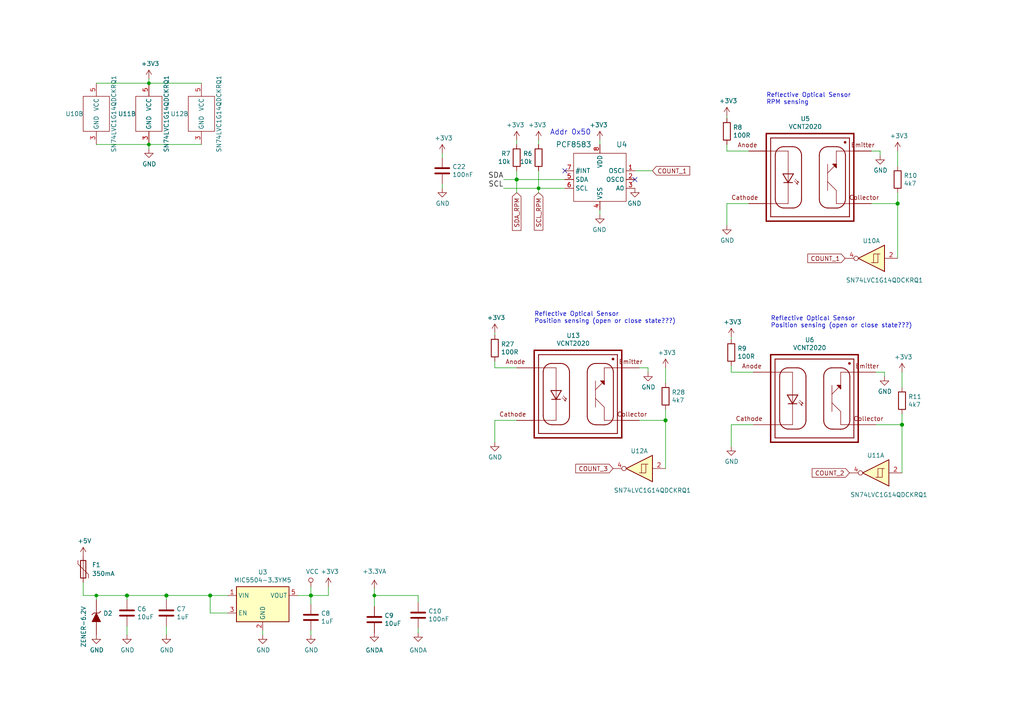
<source format=kicad_sch>
(kicad_sch (version 20230121) (generator eeschema)
  (paper "A4")
  (lib_symbols
    (symbol "Device:C" (pin_numbers hide) (pin_names (offset 0.254))
      (property "Reference" "C" (at 0.635 2.54 0))
      (property "Value" "C" (at 0.635 -2.54 0))
      (symbol "C_0_1"
        (polyline (pts (xy -2.032 -0.762) (xy 2.032 -0.762)) (stroke (width 0.508)))
        (polyline (pts (xy -2.032 0.762) (xy 2.032 0.762)) (stroke (width 0.508)))
      )
      (symbol "C_1_1"
        (pin passive line (at 0 3.81 270) (length 2.794) (name "~") (number "1"))
        (pin passive line (at 0 -3.81 90) (length 2.794) (name "~") (number "2"))
      )
    )
    (symbol "Device:Polyfuse" (pin_numbers hide) (pin_names (offset 0))
      (property "Reference" "F" (at -2.54 0 90))
      (property "Value" "Polyfuse" (at 2.54 0 90))
      (symbol "Polyfuse_0_1"
        (rectangle (start -0.762 2.54) (end 0.762 -2.54) (stroke (width 0.254)))
        (polyline (pts (xy 0 2.54) (xy 0 -2.54)))
        (polyline (pts (xy -1.524 2.54) (xy -1.524 1.524) (xy 1.524 -1.524) (xy 1.524 -2.54)))
      )
      (symbol "Polyfuse_1_1"
        (pin passive line (at 0 3.81 270) (length 1.27) (name "~") (number "1"))
        (pin passive line (at 0 -3.81 90) (length 1.27) (name "~") (number "2"))
      )
    )
    (symbol "Device:R" (pin_numbers hide) (pin_names (offset 0))
      (property "Reference" "R" (at 2.032 0 90))
      (property "Value" "R" (at 0 0 90))
      (symbol "R_0_1"
        (rectangle (start -1.016 -2.54) (end 1.016 2.54) (stroke (width 0.254)))
      )
      (symbol "R_1_1"
        (pin passive line (at 0 3.81 270) (length 1.27) (name "~") (number "1"))
        (pin passive line (at 0 -3.81 90) (length 1.27) (name "~") (number "2"))
      )
    )
    (symbol "MLAB_D:D_ZENER" (pin_numbers hide) (pin_names (offset 1.016) hide)
      (property "Reference" "D" (at 0 2.54 0))
      (property "Value" "D_ZENER" (at 0 -2.54 0))
      (symbol "D_ZENER_0_1"
        (polyline (pts (xy -1.778 1.27) (xy -1.27 0.762) (xy -1.27 -0.762) (xy -0.762 -1.27) (xy -0.762 -1.27)) (stroke (width 0.2032)))
        (polyline (pts (xy -1.27 0) (xy 1.27 1.27) (xy 1.27 -1.27) (xy -1.27 0) (xy -1.27 0)) (fill (type outline)))
      )
      (symbol "D_ZENER_1_1"
        (pin passive line (at -5.08 0 0) (length 3.81) (name "K") (number "1"))
        (pin passive line (at 5.08 0 180) (length 3.81) (name "A") (number "2"))
      )
    )
    (symbol "MLAB_IO:74AHC1G14GV"
      (property "Reference" "U" (at -2.54 1.27 0))
      (property "Value" "74AHC1G14GV" (at 1.27 -6.35 0))
      (symbol "74AHC1G14GV_1_0"
        (polyline (pts (xy -3.81 3.81) (xy -3.81 -3.81) (xy 3.81 0) (xy -3.81 3.81)) (stroke (width 0.254)) (fill (type background)))
        (pin input line (at -7.62 0 0) (length 3.81) (name "~") (number "2"))
        (pin output inverted (at 7.62 0 180) (length 3.81) (name "~") (number "4"))
      )
      (symbol "74AHC1G14GV_1_1"
        (polyline (pts (xy -1.905 -1.27) (xy -1.905 1.27) (xy -0.635 1.27)))
        (polyline (pts (xy -2.54 -1.27) (xy -0.635 -1.27) (xy -0.635 1.27) (xy 0 1.27)))
      )
      (symbol "74AHC1G14GV_2_0"
        (pin input line (at 0 -8.89 90) (length 3.81) (name "GND") (number "3"))
        (pin input line (at 0 8.89 270) (length 3.81) (name "VCC") (number "5"))
      )
      (symbol "74AHC1G14GV_2_1"
        (rectangle (start -3.81 5.08) (end 3.81 -5.08))
      )
    )
    (symbol "MLAB_IO:PCF8583"
      (property "Reference" "U" (at -5.08 10.16 0))
      (property "Value" "PCF8583" (at 7.62 10.16 0))
      (symbol "PCF8583_0_1"
        (rectangle (start -7.62 8.89) (end 7.62 -5.08))
      )
      (symbol "PCF8583_1_1"
        (pin input line (at -10.16 3.81 0) (length 2.54) (name "OSCI") (number "1"))
        (pin output line (at -10.16 1.27 0) (length 2.54) (name "OSCO") (number "2"))
        (pin input line (at -10.16 -1.27 0) (length 2.54) (name "A0") (number "3"))
        (pin power_in line (at 0 -7.62 90) (length 2.54) (name "VSS") (number "4"))
        (pin bidirectional line (at 10.16 1.27 180) (length 2.54) (name "SDA") (number "5"))
        (pin input line (at 10.16 -1.27 180) (length 2.54) (name "SCL") (number "6"))
        (pin output line (at 10.16 3.81 180) (length 2.54) (name "#INT") (number "7"))
        (pin power_in line (at 0 11.43 270) (length 2.54) (name "VDD") (number "8"))
      )
    )
    (symbol "MLAB_IO:VCNT2020" (pin_numbers hide) (pin_names (offset 1.016) hide)
      (property "Reference" "U" (at -12.7 13.462 0))
      (property "Value" "VCNT2020" (at -12.7 -15.24 0))
      (symbol "VCNT2020_0_0"
        (arc (start -10.2616 -6.35) (mid -9.4848 -8.1745) (end -7.6454 -8.9154) (stroke (width 0.254)))
        (circle (center -10.16 10.16) (radius 0.127) (stroke (width 0.254)))
        (circle (center -10.16 10.16) (radius 0.254) (stroke (width 0.254)))
        (arc (start -7.6454 8.89) (mid -9.4834 8.1657) (end -10.2616 6.35) (stroke (width 0.254)))
        (arc (start -5.2324 -8.89) (mid -3.4378 -8.1625) (end -2.6924 -6.3754) (stroke (width 0.254)))
        (arc (start -2.6924 6.3246) (mid -3.3336 8.0872) (end -5.0292 8.89) (stroke (width 0.254)))
        (polyline (pts (xy -12.7 -12.7) (xy -12.7 -7.62)) (stroke (width 0.4064)))
        (polyline (pts (xy -12.7 -7.62) (xy -12.7 7.62)) (stroke (width 0.4064)))
        (polyline (pts (xy -12.7 -7.62) (xy -11.43 -7.62)) (stroke (width 0.1524)))
        (polyline (pts (xy -12.7 7.62) (xy -12.7 12.7)) (stroke (width 0.4064)))
        (polyline (pts (xy -12.7 7.62) (xy -11.43 7.62)) (stroke (width 0.1524)))
        (polyline (pts (xy -12.7 12.7) (xy 12.7 12.7)) (stroke (width 0.4064)))
        (polyline (pts (xy -11.43 -11.43) (xy 11.43 -11.43)) (stroke (width 0.254)))
        (polyline (pts (xy -11.43 -7.62) (xy -11.43 -11.43)) (stroke (width 0.254)))
        (polyline (pts (xy -11.43 -7.62) (xy -7.62 -7.62)) (stroke (width 0.1524)))
        (polyline (pts (xy -11.43 7.62) (xy -11.43 -7.62)) (stroke (width 0.254)))
        (polyline (pts (xy -11.43 7.62) (xy -7.62 7.62)) (stroke (width 0.1524)))
        (polyline (pts (xy -11.43 11.43) (xy -11.43 7.62)) (stroke (width 0.254)))
        (polyline (pts (xy -10.2616 -6.35) (xy -10.2616 6.35)) (stroke (width 0.254)))
        (polyline (pts (xy -7.6454 8.89) (xy -5.0292 8.89)) (stroke (width 0.254)))
        (polyline (pts (xy -7.62 -7.62) (xy -7.62 -3.81)) (stroke (width 0.1524)))
        (polyline (pts (xy -7.62 2.794) (xy -7.62 3.048)) (stroke (width 0.254)))
        (polyline (pts (xy -7.62 3.048) (xy -7.366 3.302)) (stroke (width 0.254)))
        (polyline (pts (xy -7.62 3.81) (xy -7.62 3.048)) (stroke (width 0.254)))
        (polyline (pts (xy -7.62 3.81) (xy -5.08 1.27)) (stroke (width 0.1524)))
        (polyline (pts (xy -7.62 7.62) (xy -7.62 3.81)) (stroke (width 0.1524)))
        (polyline (pts (xy -7.366 3.302) (xy -7.366 3.556)) (stroke (width 0.254)))
        (polyline (pts (xy -7.366 3.302) (xy -7.112 3.556)) (stroke (width 0.254)))
        (polyline (pts (xy -7.366 3.556) (xy -7.112 3.556)) (stroke (width 0.254)))
        (polyline (pts (xy -7.366 3.81) (xy -7.366 3.556)) (stroke (width 0.1524)))
        (polyline (pts (xy -7.112 3.556) (xy -6.858 3.81)) (stroke (width 0.254)))
        (polyline (pts (xy -7.112 3.81) (xy -7.62 3.81)) (stroke (width 0.254)))
        (polyline (pts (xy -7.112 3.81) (xy -7.366 3.81)) (stroke (width 0.1524)))
        (polyline (pts (xy -6.858 3.81) (xy -7.112 3.81)) (stroke (width 0.254)))
        (polyline (pts (xy -6.858 3.81) (xy -6.604 3.81)) (stroke (width 0.254)))
        (polyline (pts (xy -6.604 3.81) (xy -7.62 2.794)) (stroke (width 0.254)))
        (polyline (pts (xy -5.2324 -8.89) (xy -7.6454 -8.9154)) (stroke (width 0.254)))
        (polyline (pts (xy -5.08 -3.81) (xy -5.08 -1.27)) (stroke (width 0.1524)))
        (polyline (pts (xy -5.08 -1.27) (xy -7.62 -3.81)) (stroke (width 0.1524)))
        (polyline (pts (xy -5.08 1.27) (xy -5.08 -1.27)) (stroke (width 0.1524)))
        (polyline (pts (xy -5.08 1.27) (xy -5.08 3.81)) (stroke (width 0.1524)))
        (polyline (pts (xy -2.6924 6.3246) (xy -2.6924 -6.3754)) (stroke (width 0.254)))
        (polyline (pts (xy 2.4638 -6.3246) (xy 2.4638 6.3754)) (stroke (width 0.254)))
        (polyline (pts (xy 3.302 -1.524) (xy 3.4544 -1.1684)) (stroke (width 0.127)))
        (polyline (pts (xy 3.4544 -1.1684) (xy 3.683 -1.3716)) (stroke (width 0.127)))
        (polyline (pts (xy 3.556 -2.032) (xy 3.7084 -1.6764)) (stroke (width 0.127)))
        (polyline (pts (xy 3.683 -1.3716) (xy 3.302 -1.524)) (stroke (width 0.127)))
        (polyline (pts (xy 3.7084 -1.6764) (xy 3.937 -1.8796)) (stroke (width 0.127)))
        (polyline (pts (xy 3.937 -1.8796) (xy 3.556 -2.032)) (stroke (width 0.127)))
        (polyline (pts (xy 4.318 -0.508) (xy 3.302 -1.524)) (stroke (width 0.127)))
        (polyline (pts (xy 4.572 -1.016) (xy 3.556 -2.032)) (stroke (width 0.127)))
        (polyline (pts (xy 4.826 1.016) (xy 6.35 -1.524)) (stroke (width 0.254)))
        (polyline (pts (xy 5.08 8.89) (xy 7.62 8.89)) (stroke (width 0.254)))
        (polyline (pts (xy 6.35 -7.62) (xy 11.43 -7.62)) (stroke (width 0.1524)))
        (polyline (pts (xy 6.35 -1.524) (xy 5.08 -1.524)) (stroke (width 0.254)))
        (polyline (pts (xy 6.35 -1.524) (xy 7.62 -1.524)) (stroke (width 0.254)))
        (polyline (pts (xy 6.35 -1.524) (xy 7.874 1.016)) (stroke (width 0.254)))
        (polyline (pts (xy 6.35 7.62) (xy 6.35 -7.62)) (stroke (width 0.1524)))
        (polyline (pts (xy 7.5438 -8.89) (xy 4.9022 -8.89)) (stroke (width 0.254)))
        (polyline (pts (xy 7.874 1.016) (xy 4.826 1.016)) (stroke (width 0.254)))
        (polyline (pts (xy 10.0838 6.4262) (xy 10.0838 -6.2738)) (stroke (width 0.254)))
        (polyline (pts (xy 11.43 -11.43) (xy 11.43 -7.62)) (stroke (width 0.254)))
        (polyline (pts (xy 11.43 -7.62) (xy 11.43 7.62)) (stroke (width 0.254)))
        (polyline (pts (xy 11.43 -7.62) (xy 12.7 -7.62)) (stroke (width 0.1524)))
        (polyline (pts (xy 11.43 7.62) (xy 6.35 7.62)) (stroke (width 0.1524)))
        (polyline (pts (xy 11.43 7.62) (xy 11.43 11.43)) (stroke (width 0.254)))
        (polyline (pts (xy 11.43 7.62) (xy 12.7 7.62)) (stroke (width 0.1524)))
        (polyline (pts (xy 11.43 11.43) (xy -11.43 11.43)) (stroke (width 0.254)))
        (polyline (pts (xy 12.7 -12.7) (xy -12.7 -12.7)) (stroke (width 0.4064)))
        (polyline (pts (xy 12.7 -7.62) (xy 12.7 -12.7)) (stroke (width 0.4064)))
        (polyline (pts (xy 12.7 7.62) (xy 12.7 -7.62)) (stroke (width 0.4064)))
        (polyline (pts (xy 12.7 12.7) (xy 12.7 7.62)) (stroke (width 0.4064)))
        (arc (start 2.4638 -6.3246) (mid 3.1556 -8.1084) (end 4.9022 -8.89) (stroke (width 0.254)))
        (arc (start 5.08 8.89) (mid 3.2511 8.1745) (end 2.4638 6.3754) (stroke (width 0.254)))
        (arc (start 7.5438 -8.89) (mid 9.3592 -8.1116) (end 10.0838 -6.2738) (stroke (width 0.254)))
        (arc (start 10.0838 6.4262) (mid 9.3622 8.1684) (end 7.62 8.89) (stroke (width 0.254)))
        (text "Anode" (at 15.24 8.636 0) (effects (font (size 1.27 1.27)) (justify left bottom)))
        (text "Cathode" (at 14.986 -6.604 0) (effects (font (size 1.27 1.27)) (justify left bottom)))
        (text "Collector" (at -20.066 -6.604 0) (effects (font (size 1.27 1.27)) (justify left bottom)))
        (text "Emitter" (at -18.796 8.636 0) (effects (font (size 1.27 1.27)) (justify left bottom)))
        (pin passive line (at -17.78 7.62 0) (length 5.08) (name "~") (number "1"))
        (pin passive line (at -17.78 -7.62 0) (length 5.08) (name "~") (number "2"))
        (pin passive line (at 17.78 7.62 180) (length 5.08) (name "~") (number "3"))
        (pin passive line (at 17.78 -7.62 180) (length 5.08) (name "~") (number "4"))
      )
    )
    (symbol "Regulator_Linear:MIC5504-3.3YM5"
      (property "Reference" "U" (at -7.62 8.89 0))
      (property "Value" "MIC5504-3.3YM5" (at -7.62 6.35 0))
      (symbol "MIC5504-3.3YM5_0_1"
        (rectangle (start -7.62 -5.08) (end 7.62 5.08) (stroke (width 0.254)) (fill (type background)))
      )
      (symbol "MIC5504-3.3YM5_1_1"
        (pin power_in line (at -10.16 2.54 0) (length 2.54) (name "VIN") (number "1"))
        (pin power_in line (at 0 -7.62 90) (length 2.54) (name "GND") (number "2"))
        (pin input line (at -10.16 -2.54 0) (length 2.54) (name "EN") (number "3"))
        (pin no_connect line (at 7.62 -2.54 180) (length 2.54) hide (name "NC") (number "4"))
        (pin power_out line (at 10.16 2.54 180) (length 2.54) (name "VOUT") (number "5"))
      )
    )
    (symbol "SPACEDOS01A_PCB01A-rescue:C-device-DATALOGGER01A-rescue-CCP2019V01A-rescue" (pin_numbers hide) (pin_names (offset 0.254))
      (property "Reference" "C" (at 0.635 2.54 0))
      (property "Value" "C-device-DATALOGGER01A-rescue-CCP2019V01A-rescue" (at 0.635 -2.54 0))
      (symbol "C-device-DATALOGGER01A-rescue-CCP2019V01A-rescue_0_1"
        (polyline (pts (xy -2.032 -0.762) (xy 2.032 -0.762)) (stroke (width 0.508)))
        (polyline (pts (xy -2.032 0.762) (xy 2.032 0.762)) (stroke (width 0.508)))
      )
      (symbol "C-device-DATALOGGER01A-rescue-CCP2019V01A-rescue_1_1"
        (pin passive line (at 0 3.81 270) (length 2.794) (name "~") (number "1"))
        (pin passive line (at 0 -3.81 90) (length 2.794) (name "~") (number "2"))
      )
    )
    (symbol "power:+3.3VA" (power) (pin_names (offset 0))
      (property "Value" "+3.3VA" (at 0 3.556 0))
      (symbol "+3.3VA_0_1"
        (polyline (pts (xy -0.762 1.27) (xy 0 2.54)))
        (polyline (pts (xy 0 0) (xy 0 2.54)))
        (polyline (pts (xy 0 2.54) (xy 0.762 1.27)))
      )
      (symbol "+3.3VA_1_1"
        (pin power_in line (at 0 0 90) (length 0) hide (name "+3.3VA") (number "1"))
      )
    )
    (symbol "power:+3V3" (power) (pin_names (offset 0))
      (property "Value" "+3V3" (at 0 3.556 0))
      (symbol "+3V3_0_1"
        (polyline (pts (xy -0.762 1.27) (xy 0 2.54)))
        (polyline (pts (xy 0 0) (xy 0 2.54)))
        (polyline (pts (xy 0 2.54) (xy 0.762 1.27)))
      )
      (symbol "+3V3_1_1"
        (pin power_in line (at 0 0 90) (length 0) hide (name "+3V3") (number "1"))
      )
    )
    (symbol "power:+5V" (power) (pin_names (offset 0))
      (property "Value" "+5V" (at 0 3.556 0))
      (symbol "+5V_0_1"
        (polyline (pts (xy -0.762 1.27) (xy 0 2.54)))
        (polyline (pts (xy 0 0) (xy 0 2.54)))
        (polyline (pts (xy 0 2.54) (xy 0.762 1.27)))
      )
      (symbol "+5V_1_1"
        (pin power_in line (at 0 0 90) (length 0) hide (name "+5V") (number "1"))
      )
    )
    (symbol "power:GND" (power) (pin_names (offset 0))
      (property "Value" "GND" (at 0 -3.81 0))
      (symbol "GND_0_1"
        (polyline (pts (xy 0 0) (xy 0 -1.27) (xy 1.27 -1.27) (xy 0 -2.54) (xy -1.27 -1.27) (xy 0 -1.27)))
      )
      (symbol "GND_1_1"
        (pin power_in line (at 0 0 270) (length 0) hide (name "GND") (number "1"))
      )
    )
    (symbol "power:GNDA" (power) (pin_names (offset 0))
      (property "Value" "GNDA" (at 0 -3.81 0))
      (symbol "GNDA_0_1"
        (polyline (pts (xy 0 0) (xy 0 -1.27) (xy 1.27 -1.27) (xy 0 -2.54) (xy -1.27 -1.27) (xy 0 -1.27)))
      )
      (symbol "GNDA_1_1"
        (pin power_in line (at 0 0 270) (length 0) hide (name "GNDA") (number "1"))
      )
    )
    (symbol "power:VCC" (power) (pin_names (offset 0))
      (property "Value" "VCC" (at 0 3.81 0))
      (symbol "VCC_0_1"
        (polyline (pts (xy 0 0) (xy 0 1.27)))
        (circle (center 0 1.905) (radius 0.635))
      )
      (symbol "VCC_1_1"
        (pin power_in line (at 0 0 90) (length 0) hide (name "VCC") (number "1"))
      )
    )
  )
  (junction (at 27.94 172.72))
  (junction (at 60.96 172.72) (diameter 1.016))
  (junction (at 36.83 172.72) (diameter 1.016))
  (junction (at 108.585 172.72))
  (junction (at 90.17 172.72) (diameter 1.016))
  (junction (at 48.26 172.72) (diameter 1.016))
  (junction (at 43.18 24.13))
  (junction (at 261.62 123.19) (diameter 1.016))
  (junction (at 149.86 52.07) (diameter 1.016))
  (junction (at 193.04 121.92) (diameter 1.016))
  (junction (at 260.35 59.055) (diameter 1.016))
  (junction (at 43.18 41.91))
  (junction (at 156.21 54.61))
  (no_connect (at 163.83 49.53))
  (no_connect (at 184.15 52.07))
  (wire (pts (xy 90.17 172.72) (xy 95.25 172.72)))
  (wire (pts (xy 254 107.95) (xy 256.54 107.95)))
  (wire (pts (xy 121.285 183.515) (xy 121.285 182.245)))
  (wire (pts (xy 210.82 59.055) (xy 210.82 65.405)))
  (wire (pts (xy 95.25 172.72) (xy 95.25 170.18)))
  (wire (pts (xy 146.05 54.61) (xy 156.21 54.61)))
  (wire (pts (xy 128.27 53.34) (xy 128.27 54.61)))
  (wire (pts (xy 185.42 121.92) (xy 193.04 121.92)))
  (wire (pts (xy 212.09 97.79) (xy 212.09 98.425)))
  (wire (pts (xy 254 123.19) (xy 261.62 123.19)))
  (wire (pts (xy 149.86 121.92) (xy 143.51 121.92)))
  (wire (pts (xy 90.17 182.88) (xy 90.17 184.15)))
  (wire (pts (xy 260.35 59.055) (xy 260.35 74.93)))
  (wire (pts (xy 212.09 106.045) (xy 212.09 107.95)))
  (wire (pts (xy 212.09 107.95) (xy 218.44 107.95)))
  (wire (pts (xy 43.18 41.91) (xy 58.42 41.91)))
  (wire (pts (xy 187.96 106.68) (xy 187.96 107.95)))
  (wire (pts (xy 24.13 172.72) (xy 27.94 172.72)))
  (wire (pts (xy 218.44 123.19) (xy 212.09 123.19)))
  (wire (pts (xy 48.26 172.72) (xy 48.26 173.99)))
  (wire (pts (xy 108.585 172.72) (xy 121.285 172.72)))
  (wire (pts (xy 189.23 49.53) (xy 184.15 49.53)))
  (wire (pts (xy 260.35 55.88) (xy 260.35 59.055)))
  (wire (pts (xy 261.62 123.19) (xy 261.62 137.16)))
  (wire (pts (xy 143.51 121.92) (xy 143.51 128.27)))
  (wire (pts (xy 210.82 33.655) (xy 210.82 34.29)))
  (wire (pts (xy 156.21 54.61) (xy 163.83 54.61)))
  (wire (pts (xy 48.26 181.61) (xy 48.26 184.15)))
  (wire (pts (xy 261.62 120.015) (xy 261.62 123.19)))
  (wire (pts (xy 43.18 41.91) (xy 43.18 43.18)))
  (wire (pts (xy 66.04 172.72) (xy 60.96 172.72)))
  (wire (pts (xy 173.99 40.64) (xy 173.99 41.91)))
  (wire (pts (xy 36.83 173.99) (xy 36.83 172.72)))
  (wire (pts (xy 255.27 43.815) (xy 255.27 45.085)))
  (wire (pts (xy 193.04 106.68) (xy 193.04 111.125)))
  (wire (pts (xy 108.585 170.815) (xy 108.585 172.72)))
  (wire (pts (xy 48.26 172.72) (xy 60.96 172.72)))
  (wire (pts (xy 108.585 172.72) (xy 108.585 175.895)))
  (wire (pts (xy 210.82 43.815) (xy 217.17 43.815)))
  (wire (pts (xy 156.21 54.61) (xy 156.21 55.88)))
  (wire (pts (xy 185.42 106.68) (xy 187.96 106.68)))
  (wire (pts (xy 217.17 59.055) (xy 210.82 59.055)))
  (wire (pts (xy 27.94 41.91) (xy 43.18 41.91)))
  (wire (pts (xy 66.04 177.8) (xy 60.96 177.8)))
  (wire (pts (xy 156.21 49.53) (xy 156.21 54.61)))
  (wire (pts (xy 212.09 123.19) (xy 212.09 129.54)))
  (wire (pts (xy 24.13 168.91) (xy 24.13 172.72)))
  (wire (pts (xy 90.17 172.72) (xy 90.17 175.26)))
  (wire (pts (xy 90.17 170.18) (xy 90.17 172.72)))
  (wire (pts (xy 149.86 49.53) (xy 149.86 52.07)))
  (wire (pts (xy 43.18 24.13) (xy 58.42 24.13)))
  (wire (pts (xy 76.2 182.88) (xy 76.2 184.15)))
  (wire (pts (xy 60.96 177.8) (xy 60.96 172.72)))
  (wire (pts (xy 156.21 40.64) (xy 156.21 41.91)))
  (wire (pts (xy 27.94 173.99) (xy 27.94 172.72)))
  (wire (pts (xy 86.36 172.72) (xy 90.17 172.72)))
  (wire (pts (xy 128.27 44.45) (xy 128.27 45.72)))
  (wire (pts (xy 210.82 41.91) (xy 210.82 43.815)))
  (wire (pts (xy 149.86 52.07) (xy 146.05 52.07)))
  (wire (pts (xy 173.99 62.23) (xy 173.99 60.96)))
  (wire (pts (xy 143.51 96.52) (xy 143.51 97.155)))
  (wire (pts (xy 27.94 24.13) (xy 43.18 24.13)))
  (wire (pts (xy 36.83 172.72) (xy 48.26 172.72)))
  (wire (pts (xy 256.54 107.95) (xy 256.54 109.22)))
  (wire (pts (xy 260.35 43.815) (xy 260.35 48.26)))
  (wire (pts (xy 149.86 52.07) (xy 149.86 55.88)))
  (wire (pts (xy 149.86 40.64) (xy 149.86 41.91)))
  (wire (pts (xy 252.73 59.055) (xy 260.35 59.055)))
  (wire (pts (xy 163.83 52.07) (xy 149.86 52.07)))
  (wire (pts (xy 43.18 22.86) (xy 43.18 24.13)))
  (wire (pts (xy 193.04 118.745) (xy 193.04 121.92)))
  (wire (pts (xy 252.73 43.815) (xy 255.27 43.815)))
  (wire (pts (xy 193.04 121.92) (xy 193.04 135.89)))
  (wire (pts (xy 143.51 104.775) (xy 143.51 106.68)))
  (wire (pts (xy 121.285 174.625) (xy 121.285 172.72)))
  (wire (pts (xy 27.94 172.72) (xy 36.83 172.72)))
  (wire (pts (xy 261.62 107.95) (xy 261.62 112.395)))
  (wire (pts (xy 36.83 181.61) (xy 36.83 184.15)))
  (wire (pts (xy 143.51 106.68) (xy 149.86 106.68)))
  (text "Addr 0x50" (at 171.45 39.37 0) (effects (font (size 1.524 1.524)) (justify right bottom)))
  (text "Reflective Optical Sensor\nPosition sensing (open or close state???)" (at 223.52 95.25 0) (effects (font (size 1.27 1.27)) (justify left bottom)))
  (text "Reflective Optical Sensor\nRPM sensing" (at 222.25 30.48 0) (effects (font (size 1.27 1.27)) (justify left bottom)))
  (text "Reflective Optical Sensor\nPosition sensing (open or close state???)" (at 154.94 93.98 0) (effects (font (size 1.27 1.27)) (justify left bottom)))
  (label "SDA" (at 146.05 52.07 180) (effects (font (size 1.524 1.524))))
  (label "SCL" (at 146.05 54.61 180) (effects (font (size 1.524 1.524))))
  (global_label "COUNT_1" (shape input) (at 245.11 74.93 180) (property "Intersheetrefs" "${INTERSHEET_REFS}" (effects hide)))
  (global_label "COUNT_2" (shape input) (at 246.38 137.16 180) (property "Intersheetrefs" "${INTERSHEET_REFS}" (effects hide)))
  (global_label "SDA_RPM" (shape input) (at 149.86 55.88 270) (property "Intersheetrefs" "${INTERSHEET_REFS}" (effects hide)) (property "Reference mezi listy" "${INTERSHEET_REFS}" (effects hide)))
  (global_label "SCL_RPM" (shape input) (at 156.21 55.88 270) (property "Intersheetrefs" "${INTERSHEET_REFS}" (effects hide)) (property "Reference mezi listy" "${INTERSHEET_REFS}" (effects hide)))
  (global_label "COUNT_1" (shape input) (at 189.23 49.53 0) (property "Intersheetrefs" "${INTERSHEET_REFS}" (effects hide)))
  (global_label "COUNT_3" (shape input) (at 177.8 135.89 180) (property "Intersheetrefs" "${INTERSHEET_REFS}" (effects hide)))
  (symbol (lib_id "power:GND") (at 184.15 54.61 0) (mirror y) (unit 1)
    (property "Reference" "#PWR016" (effects hide))
    (property "Value" "GND" (at 184.023 59.0042 0))
  )
  (symbol (lib_id "power:VCC") (at 90.17 170.18 0) (unit 1)
    (property "Reference" "#PWR017" (effects hide))
    (property "Value" "VCC" (at 90.6018 165.7858 0))
  )
  (symbol (lib_id "power:+3V3") (at 43.18 22.86 0) (unit 1)
    (property "Reference" "#PWR030" (effects hide))
    (property "Value" "+3V3" (at 43.561 18.4658 0))
  )
  (symbol (lib_id "power:GND") (at 256.54 109.22 0) (unit 1)
    (property "Reference" "#PWR038" (effects hide))
    (property "Value" "GND" (at 256.6543 113.5444 0))
  )
  (symbol (lib_id "power:GND") (at 212.09 129.54 0) (unit 1)
    (property "Reference" "#PWR034" (effects hide))
    (property "Value" "GND" (at 212.2043 133.8644 0))
  )
  (symbol (lib_id "power:+5V") (at 24.13 161.29 0) (unit 1)
    (property "Reference" "#PWR011" (effects hide))
    (property "Value" "+5V" (at 24.511 156.8958 0))
  )
  (symbol (lib_id "power:GNDA") (at 108.585 183.515 0) (unit 1)
    (property "Reference" "#PWR02" (effects hide))
    (property "Value" "GNDA" (at 108.585 188.595 0))
  )
  (symbol (lib_id "power:+3V3") (at 95.25 170.18 0) (unit 1)
    (property "Reference" "#PWR019" (effects hide))
    (property "Value" "+3V3" (at 95.631 165.7858 0))
  )
  (symbol (lib_id "power:GNDA") (at 121.285 183.515 0) (unit 1)
    (property "Reference" "#PWR021" (effects hide))
    (property "Value" "GNDA" (at 121.285 188.595 0))
  )
  (symbol (lib_id "power:GND") (at 187.96 107.95 0) (unit 1)
    (property "Reference" "#PWR080" (effects hide))
    (property "Value" "GND" (at 188.0743 112.2744 0))
  )
  (symbol (lib_id "MLAB_IO:74AHC1G14GV") (at 252.73 74.93 180) (unit 1)
    (property "Reference" "U10" (at 252.73 69.85 0))
    (property "Value" "SN74LVC1G14QDCKRQ1" (at 256.54 81.28 0))
    (property "Footprint" "Package_TO_SOT_SMD:SOT-353_SC-70-5" (effects hide))
    (property "Datasheet" "http://www.ti.com/lit/gpn/sn74HC14" (effects hide))
    (property "UST_ID" "604b05e1128750769e5b106e" (effects hide))
  )
  (symbol (lib_id "Device:R") (at 212.09 102.235 0) (unit 1)
    (property "Reference" "R9" (at 213.8681 101.0856 0) (effects (justify left)))
    (property "Value" "100R" (at 213.868 103.384 0) (effects (justify left)))
    (property "Footprint" "Resistor_SMD:R_0603_1608Metric" (effects hide))
    (property "UST_ID" "5c70984512875079b91f8956" (effects hide))
  )
  (symbol (lib_id "power:+3V3") (at 149.86 40.64 0) (mirror y) (unit 1)
    (property "Reference" "#PWR028" (effects hide))
    (property "Value" "+3V3" (at 149.479 36.2458 0))
  )
  (symbol (lib_id "power:GND") (at 43.18 43.18 0) (unit 1)
    (property "Reference" "#PWR045" (effects hide))
    (property "Value" "GND" (at 43.307 47.5742 0))
  )
  (symbol (lib_id "power:+3V3") (at 260.35 43.815 0) (unit 1)
    (property "Reference" "#PWR039" (effects hide))
    (property "Value" "+3V3" (at 260.731 39.4208 0))
  )
  (symbol (lib_id "power:+3V3") (at 210.82 33.655 0) (unit 1)
    (property "Reference" "#PWR031" (effects hide))
    (property "Value" "+3V3" (at 211.201 29.2608 0))
  )
  (symbol (lib_id "MLAB_IO:VCNT2020") (at 234.95 51.435 0) (mirror y) (unit 1)
    (property "Reference" "U5" (at 233.5704 34.4486 0))
    (property "Value" "VCNT2020" (at 233.5704 36.7473 0))
    (property "Footprint" "Mlab_IO:XDCR_VCNT2020" (effects hide))
    (property "Datasheet" "https://www.vishay.com/docs/84285/vcnt2020.pdf" (effects hide))
    (property "Field4" "Vishay" (effects hide))
    (property "Field5" "Manufacturer Recommendation" (effects hide))
    (property "UST_ID" "5f9d106a12875025b39777fa" (effects hide))
  )
  (symbol (lib_id "Device:R") (at 193.04 114.935 0) (unit 1)
    (property "Reference" "R28" (at 194.8181 113.7856 0) (effects (justify left)))
    (property "Value" "4k7" (at 194.818 116.084 0) (effects (justify left)))
    (property "Footprint" "Resistor_SMD:R_0603_1608Metric" (effects hide))
    (property "UST_ID" "5c70984512875079b91f8960" (effects hide))
  )
  (symbol (lib_id "power:GND") (at 36.83 184.15 0) (unit 1)
    (property "Reference" "#PWR013" (effects hide))
    (property "Value" "GND" (at 36.957 188.5442 0))
  )
  (symbol (lib_id "power:+3V3") (at 193.04 106.68 0) (unit 1)
    (property "Reference" "#PWR081" (effects hide))
    (property "Value" "+3V3" (at 193.421 102.2858 0))
  )
  (symbol (lib_id "Device:C") (at 90.17 179.07 0) (unit 1)
    (property "Reference" "C8" (at 93.091 177.9016 0) (effects (justify left)))
    (property "Value" "1uF" (at 93.091 180.213 0) (effects (justify left)))
    (property "Footprint" "Capacitor_SMD:C_0603_1608Metric" (effects hide))
    (property "UST_ID" "5c70984812875079b91f8bc2" (effects hide))
  )
  (symbol (lib_id "power:+3.3VA") (at 108.585 170.815 0) (unit 1)
    (property "Reference" "#PWR085" (effects hide))
    (property "Value" "+3.3VA" (at 108.585 165.735 0))
  )
  (symbol (lib_id "power:GND") (at 27.94 184.15 0) (unit 1)
    (property "Reference" "#PWR012" (effects hide))
    (property "Value" "GND" (at 28.067 188.5442 0))
  )
  (symbol (lib_id "MLAB_IO:VCNT2020") (at 236.22 115.57 0) (mirror y) (unit 1)
    (property "Reference" "U6" (at 234.8404 98.5836 0))
    (property "Value" "VCNT2020" (at 234.8404 100.8823 0))
    (property "Footprint" "Mlab_IO:XDCR_VCNT2020" (effects hide))
    (property "Datasheet" "https://www.vishay.com/docs/84285/vcnt2020.pdf" (effects hide))
    (property "Field4" "Vishay" (effects hide))
    (property "Field5" "Manufacturer Recommendation" (effects hide))
    (property "UST_ID" "5f9d106a12875025b39777fa" (effects hide))
  )
  (symbol (lib_id "Regulator_Linear:MIC5504-3.3YM5") (at 76.2 175.26 0) (unit 1)
    (property "Reference" "U3" (at 76.2 165.9382 0))
    (property "Value" "MIC5504-3.3YM5" (at 76.2 168.2496 0))
    (property "Footprint" "Package_TO_SOT_SMD:SOT-23-5" (effects hide))
    (property "Datasheet" "http://ww1.microchip.com/downloads/en/DeviceDoc/MIC550X.pdf" (effects hide))
    (property "UST_ID" "5c7255e81287500b4e112ea2" (effects hide))
  )
  (symbol (lib_id "power:+3V3") (at 143.51 96.52 0) (unit 1)
    (property "Reference" "#PWR074" (effects hide))
    (property "Value" "+3V3" (at 143.891 92.1258 0))
  )
  (symbol (lib_id "Device:C") (at 128.27 49.53 0) (unit 1)
    (property "Reference" "C22" (at 131.191 48.3616 0) (effects (justify left)))
    (property "Value" "100nF" (at 131.191 50.673 0) (effects (justify left)))
    (property "Footprint" "Capacitor_SMD:C_0603_1608Metric" (effects hide))
    (property "UST_ID" "5c70984812875079b91f8bf2" (effects hide))
  )
  (symbol (lib_id "power:GND") (at 76.2 184.15 0) (unit 1)
    (property "Reference" "#PWR015" (effects hide))
    (property "Value" "GND" (at 76.327 188.5442 0))
  )
  (symbol (lib_id "Device:C") (at 121.285 178.435 0) (unit 1)
    (property "Reference" "C10" (at 124.206 177.2666 0) (effects (justify left)))
    (property "Value" "100nF" (at 124.206 179.578 0) (effects (justify left)))
    (property "Footprint" "Capacitor_SMD:C_0603_1608Metric" (effects hide))
    (property "UST_ID" "5c70984812875079b91f8bf2" (effects hide))
  )
  (symbol (lib_id "power:GND") (at 90.17 184.15 0) (unit 1)
    (property "Reference" "#PWR018" (effects hide))
    (property "Value" "GND" (at 90.297 188.5442 0))
  )
  (symbol (lib_id "Device:C") (at 108.585 179.705 0) (unit 1)
    (property "Reference" "C9" (at 111.506 178.5366 0) (effects (justify left)))
    (property "Value" "10uF" (at 111.506 180.848 0) (effects (justify left)))
    (property "Footprint" "Capacitor_SMD:C_0805_2012Metric" (effects hide))
    (property "UST_ID" "5c70984812875079b91f8bbe" (effects hide))
  )
  (symbol (lib_id "MLAB_IO:74AHC1G14GV") (at 185.42 135.89 180) (unit 1)
    (property "Reference" "U12" (at 185.42 130.81 0))
    (property "Value" "SN74LVC1G14QDCKRQ1" (at 189.23 142.24 0))
    (property "Footprint" "Package_TO_SOT_SMD:SOT-353_SC-70-5" (effects hide))
    (property "Datasheet" "http://www.ti.com/lit/gpn/sn74HC14" (effects hide))
    (property "UST_ID" "604b05e1128750769e5b106e" (effects hide))
  )
  (symbol (lib_id "power:+3V3") (at 261.62 107.95 0) (unit 1)
    (property "Reference" "#PWR040" (effects hide))
    (property "Value" "+3V3" (at 262.001 103.5558 0))
  )
  (symbol (lib_id "MLAB_D:D_ZENER") (at 27.94 179.07 270) (unit 1)
    (property "Reference" "D2" (at 29.9466 177.9016 90) (effects (justify left)))
    (property "Value" "ZENER-6.2V" (at 24.232 175.768 0) (effects (justify left)))
    (property "Footprint" "Mlab_D:Diode-MiniMELF_Standard" (effects hide))
    (property "UST_ID" "604b0326128750769e5b0f93" (effects hide))
  )
  (symbol (lib_id "power:+3V3") (at 173.99 40.64 0) (mirror y) (unit 1)
    (property "Reference" "#PWR025" (effects hide))
    (property "Value" "+3V3" (at 173.609 36.2458 0))
  )
  (symbol (lib_id "SPACEDOS01A_PCB01A-rescue:C-device-DATALOGGER01A-rescue-CCP2019V01A-rescue") (at 48.26 177.8 0) (unit 1)
    (property "Reference" "C7" (at 51.181 176.6316 0) (effects (justify left)))
    (property "Value" "1uF" (at 51.181 178.943 0) (effects (justify left)))
    (property "Footprint" "Capacitor_SMD:C_0603_1608Metric" (effects hide))
    (property "UST_ID" "5c70984812875079b91f8bc2" (effects hide))
  )
  (symbol (lib_id "Device:R") (at 260.35 52.07 0) (unit 1)
    (property "Reference" "R10" (at 262.1281 50.9206 0) (effects (justify left)))
    (property "Value" "4k7" (at 262.128 53.219 0) (effects (justify left)))
    (property "Footprint" "Resistor_SMD:R_0603_1608Metric" (effects hide))
    (property "UST_ID" "5c70984512875079b91f8960" (effects hide))
  )
  (symbol (lib_id "Device:R") (at 149.86 45.72 0) (mirror y) (unit 1)
    (property "Reference" "R7" (at 148.082 44.5516 0) (effects (justify left)))
    (property "Value" "10k" (at 148.082 46.863 0) (effects (justify left)))
    (property "Footprint" "Resistor_SMD:R_0603_1608Metric" (effects hide))
    (property "UST_ID" "5c70984512875079b91f8962" (effects hide))
  )
  (symbol (lib_id "Device:R") (at 261.62 116.205 0) (unit 1)
    (property "Reference" "R11" (at 263.3981 115.0556 0) (effects (justify left)))
    (property "Value" "4k7" (at 263.398 117.354 0) (effects (justify left)))
    (property "Footprint" "Resistor_SMD:R_0603_1608Metric" (effects hide))
    (property "UST_ID" "5c70984512875079b91f8960" (effects hide))
  )
  (symbol (lib_id "Device:R") (at 210.82 38.1 0) (unit 1)
    (property "Reference" "R8" (at 212.5981 36.9506 0) (effects (justify left)))
    (property "Value" "100R" (at 212.598 39.249 0) (effects (justify left)))
    (property "Footprint" "Resistor_SMD:R_0603_1608Metric" (effects hide))
    (property "UST_ID" "5c70984512875079b91f8956" (effects hide))
  )
  (symbol (lib_id "MLAB_IO:74AHC1G14GV") (at 254 137.16 180) (unit 1)
    (property "Reference" "U11" (at 254 132.08 0))
    (property "Value" "SN74LVC1G14QDCKRQ1" (at 257.81 143.51 0))
    (property "Footprint" "Package_TO_SOT_SMD:SOT-353_SC-70-5" (effects hide))
    (property "Datasheet" "http://www.ti.com/lit/gpn/sn74HC14" (effects hide))
    (property "UST_ID" "604b05e1128750769e5b106e" (effects hide))
  )
  (symbol (lib_id "MLAB_IO:PCF8583") (at 173.99 53.34 0) (mirror y) (unit 1)
    (property "Reference" "U4" (at 180.34 41.91 0) (effects (font (size 1.524 1.524))))
    (property "Value" "PCF8583" (at 166.37 41.91 0) (effects (font (size 1.524 1.524))))
    (property "Footprint" "Mlab_IO:SOT176-1" (effects hide))
    (property "UST_ID" "5c70984712875079b91f8b59" (effects hide))
  )
  (symbol (lib_id "Device:Polyfuse") (at 24.13 165.1 0) (unit 1)
    (property "Reference" "F1" (at 26.67 163.8299 0) (effects (justify left)))
    (property "Value" "350mA" (at 26.67 166.3699 0) (effects (justify left)))
    (property "Footprint" "Fuse:Fuse_1812_4532Metric" (effects hide))
    (property "UST_ID" "5c70984512875079b91f88d1" (effects hide))
  )
  (symbol (lib_id "SPACEDOS01A_PCB01A-rescue:C-device-DATALOGGER01A-rescue-CCP2019V01A-rescue") (at 36.83 177.8 0) (unit 1)
    (property "Reference" "C6" (at 39.751 176.6316 0) (effects (justify left)))
    (property "Value" "10uF" (at 39.751 178.943 0) (effects (justify left)))
    (property "Footprint" "Capacitor_SMD:C_0805_2012Metric" (effects hide))
    (property "UST_ID" "5c70984812875079b91f8bbe" (effects hide))
  )
  (symbol (lib_id "MLAB_IO:74AHC1G14GV") (at 27.94 33.02 0) (mirror y) (unit 2)
    (property "Reference" "U10" (at 21.59 33.02 0))
    (property "Value" "SN74LVC1G14QDCKRQ1" (at 33.02 33.02 90))
    (property "Footprint" "Package_TO_SOT_SMD:SOT-353_SC-70-5" (effects hide))
    (property "Datasheet" "http://www.ti.com/lit/gpn/sn74HC14" (effects hide))
    (property "UST_ID" "604b05e1128750769e5b106e" (effects hide))
  )
  (symbol (lib_id "MLAB_IO:74AHC1G14GV") (at 58.42 33.02 0) (mirror y) (unit 2)
    (property "Reference" "U12" (at 52.07 33.02 0))
    (property "Value" "SN74LVC1G14QDCKRQ1" (at 63.5 33.02 90))
    (property "Footprint" "Package_TO_SOT_SMD:SOT-353_SC-70-5" (effects hide))
    (property "Datasheet" "http://www.ti.com/lit/gpn/sn74HC14" (effects hide))
    (property "UST_ID" "604b05e1128750769e5b106e" (effects hide))
  )
  (symbol (lib_id "power:GND") (at 210.82 65.405 0) (unit 1)
    (property "Reference" "#PWR032" (effects hide))
    (property "Value" "GND" (at 210.9343 69.7294 0))
  )
  (symbol (lib_id "power:+3V3") (at 128.27 44.45 0) (unit 1)
    (property "Reference" "#PWR0104" (effects hide))
    (property "Value" "+3V3" (at 128.651 40.0558 0))
  )
  (symbol (lib_id "power:+3V3") (at 156.21 40.64 0) (mirror y) (unit 1)
    (property "Reference" "#PWR027" (effects hide))
    (property "Value" "+3V3" (at 155.829 36.2458 0))
  )
  (symbol (lib_id "power:GND") (at 173.99 62.23 0) (mirror y) (unit 1)
    (property "Reference" "#PWR026" (effects hide))
    (property "Value" "GND" (at 173.863 66.6242 0))
  )
  (symbol (lib_id "power:+3V3") (at 212.09 97.79 0) (unit 1)
    (property "Reference" "#PWR033" (effects hide))
    (property "Value" "+3V3" (at 212.471 93.3958 0))
  )
  (symbol (lib_id "power:GND") (at 48.26 184.15 0) (unit 1)
    (property "Reference" "#PWR014" (effects hide))
    (property "Value" "GND" (at 48.387 188.5442 0))
  )
  (symbol (lib_id "MLAB_IO:VCNT2020") (at 167.64 114.3 0) (mirror y) (unit 1)
    (property "Reference" "U13" (at 166.2604 97.3136 0))
    (property "Value" "VCNT2020" (at 166.2604 99.6123 0))
    (property "Footprint" "Mlab_IO:XDCR_VCNT2020" (effects hide))
    (property "Datasheet" "https://www.vishay.com/docs/84285/vcnt2020.pdf" (effects hide))
    (property "Field4" "Vishay" (effects hide))
    (property "Field5" "Manufacturer Recommendation" (effects hide))
    (property "UST_ID" "5f9d106a12875025b39777fa" (effects hide))
  )
  (symbol (lib_id "MLAB_IO:74AHC1G14GV") (at 43.18 33.02 0) (mirror y) (unit 2)
    (property "Reference" "U11" (at 36.83 33.02 0))
    (property "Value" "SN74LVC1G14QDCKRQ1" (at 48.26 33.02 90))
    (property "Footprint" "Package_TO_SOT_SMD:SOT-353_SC-70-5" (effects hide))
    (property "Datasheet" "http://www.ti.com/lit/gpn/sn74HC14" (effects hide))
    (property "UST_ID" "604b05e1128750769e5b106e" (effects hide))
  )
  (symbol (lib_id "power:GND") (at 143.51 128.27 0) (unit 1)
    (property "Reference" "#PWR079" (effects hide))
    (property "Value" "GND" (at 143.6243 132.5944 0))
  )
  (symbol (lib_id "power:GND") (at 255.27 45.085 0) (unit 1)
    (property "Reference" "#PWR037" (effects hide))
    (property "Value" "GND" (at 255.3843 49.4094 0))
  )
  (symbol (lib_id "power:GND") (at 128.27 54.61 0) (unit 1)
    (property "Reference" "#PWR0105" (effects hide))
    (property "Value" "GND" (at 128.397 59.0042 0))
  )
  (symbol (lib_id "Device:R") (at 143.51 100.965 0) (unit 1)
    (property "Reference" "R27" (at 145.2881 99.8156 0) (effects (justify left)))
    (property "Value" "100R" (at 145.288 102.114 0) (effects (justify left)))
    (property "Footprint" "Resistor_SMD:R_0603_1608Metric" (effects hide))
    (property "UST_ID" "5c70984512875079b91f8956" (effects hide))
  )
  (symbol (lib_id "Device:R") (at 156.21 45.72 0) (mirror y) (unit 1)
    (property "Reference" "R6" (at 154.432 44.552 0) (effects (justify left)))
    (property "Value" "10k" (at 154.432 46.863 0) (effects (justify left)))
    (property "Footprint" "Resistor_SMD:R_0603_1608Metric" (effects hide))
    (property "UST_ID" "5c70984512875079b91f8962" (effects hide))
  )
)
</source>
